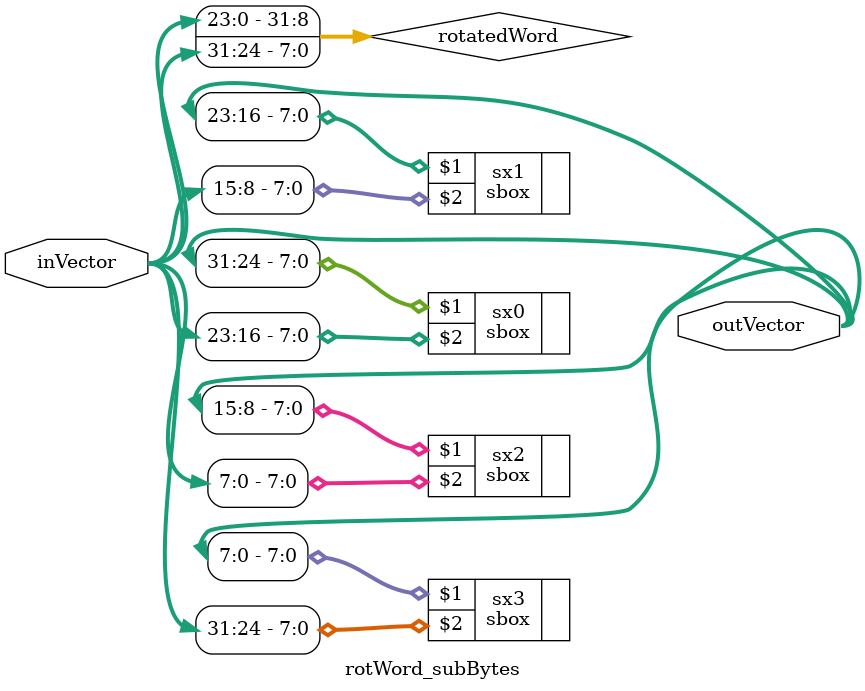
<source format=v>
module rotWord_subBytes(outVector,inVector);
input [31:0]inVector;
output [31:0]outVector;

wire [31:0]rotatedWord; //rotated word, subBytes to be performed
assign rotatedWord = {inVector[23:0],inVector[31:24]};

sbox sx0(outVector[31:24],rotatedWord[31:24]);
sbox sx1(outVector[23:16],rotatedWord[23:16]);
sbox sx2(outVector[15:8],rotatedWord[15:8]);
sbox sx3(outVector[7:0],rotatedWord[7:0]);

endmodule
</source>
